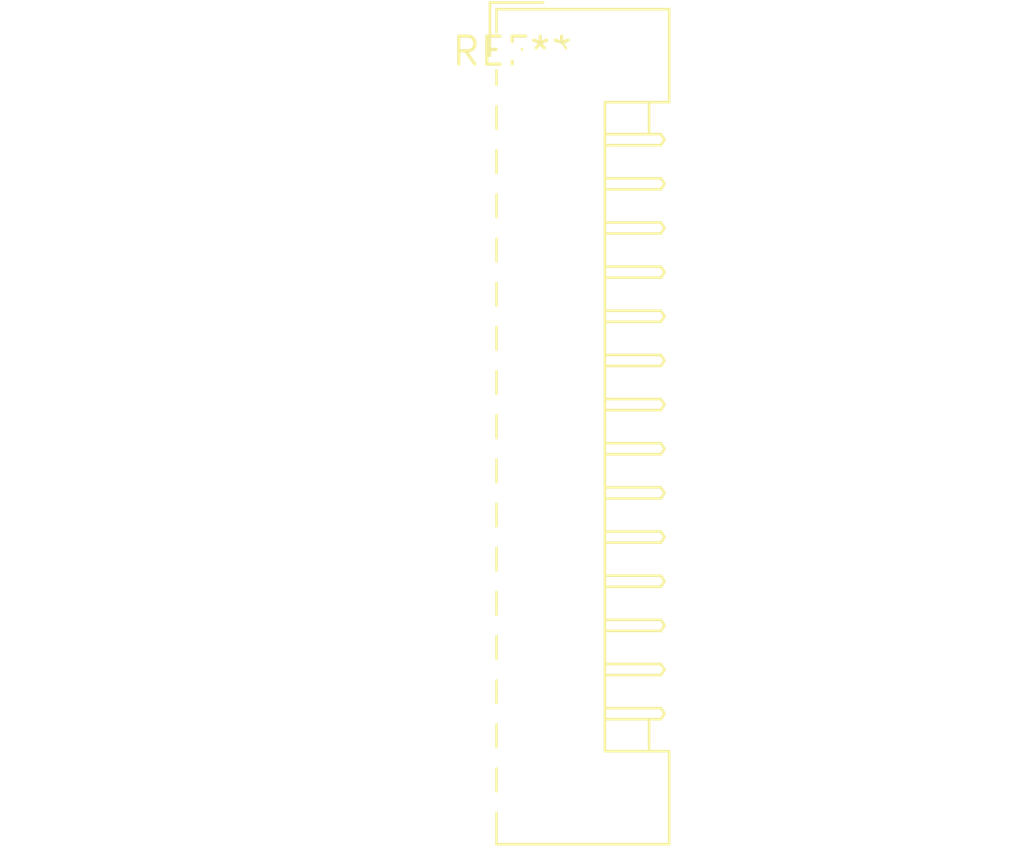
<source format=kicad_pcb>
(kicad_pcb (version 20240108) (generator pcbnew)
  (layers (0 "F.Cu" signal) (31 "B.Cu" signal) (34 "B.Paste" user) (35 "F.Paste" user) (36 "B.SilkS" user "B.Silkscreen") (37 "F.SilkS" user "F.Silkscreen") (38 "B.Mask" user) (39 "F.Mask" user) (44 "Edge.Cuts" user))
  (net 0 "")
  (footprint "JAE_LY20-36P-DLT1_2x18_P2.00mm_Horizontal" (layer "F.Cu") (at 0 0)
    (property "Reference" "REF**")
    (property "Value" "JAE_LY20-36P-DLT1_2x18_P2.00mm_Horizontal")
    (fp_line (start -1.01 -2.21) (end -1.01 0.2) (layer "F.SilkS") (stroke (width 0.12)))
    (fp_line (start -0.71 -1.91) (end -0.71 -0.86) (layer "F.SilkS") (stroke (width 0.12)))
    (fp_line (start -0.71 -1.91) (end 7.11 -1.91) (layer "F.SilkS") (stroke (width 0.12)))
    (fp_line (start -0.71 0.86) (end -0.71 1.514717) (layer "F.SilkS") (stroke (width 0.12)))
    (fp_line (start -0.71 2.485283) (end -0.71 3.514717) (layer "F.SilkS") (stroke (width 0.12)))
    (fp_line (start -0.71 4.485283) (end -0.71 5.514717) (layer "F.SilkS") (stroke (width 0.12)))
    (fp_line (start -0.71 6.485283) (end -0.71 7.514717) (layer "F.SilkS") (stroke (width 0.12)))
    (fp_line (start -0.71 8.485283) (end -0.71 9.514717) (layer "F.SilkS") (stroke (width 0.12)))
    (fp_line (start -0.71 10.485283) (end -0.71 11.514717) (layer "F.SilkS") (stroke (width 0.12)))
    (fp_line (start -0.71 12.485283) (end -0.71 13.514717) (layer "F.SilkS") (stroke (width 0.12)))
    (fp_line (start -0.71 14.485283) (end -0.71 15.514717) (layer "F.SilkS") (stroke (width 0.12)))
    (fp_line (start -0.71 16.485283) (end -0.71 17.514717) (layer "F.SilkS") (stroke (width 0.12)))
    (fp_line (start -0.71 18.485283) (end -0.71 19.514717) (layer "F.SilkS") (stroke (width 0.12)))
    (fp_line (start -0.71 20.485283) (end -0.71 21.514717) (layer "F.SilkS") (stroke (width 0.12)))
    (fp_line (start -0.71 22.485283) (end -0.71 23.514717) (layer "F.SilkS") (stroke (width 0.12)))
    (fp_line (start -0.71 24.485283) (end -0.71 25.514717) (layer "F.SilkS") (stroke (width 0.12)))
    (fp_line (start -0.71 26.485283) (end -0.71 27.514717) (layer "F.SilkS") (stroke (width 0.12)))
    (fp_line (start -0.71 28.485283) (end -0.71 29.514717) (layer "F.SilkS") (stroke (width 0.12)))
    (fp_line (start -0.71 30.485283) (end -0.71 31.514717) (layer "F.SilkS") (stroke (width 0.12)))
    (fp_line (start -0.71 32.485283) (end -0.71 33.514717) (layer "F.SilkS") (stroke (width 0.12)))
    (fp_line (start -0.71 34.485283) (end -0.71 35.91) (layer "F.SilkS") (stroke (width 0.12)))
    (fp_line (start -0.71 35.91) (end 7.11 35.91) (layer "F.SilkS") (stroke (width 0.12)))
    (fp_line (start 1.4 -2.21) (end -1.01 -2.21) (layer "F.SilkS") (stroke (width 0.12)))
    (fp_line (start 4.2 2.3) (end 4.2 17) (layer "F.SilkS") (stroke (width 0.12)))
    (fp_line (start 4.2 3.75) (end 6.733333 3.75) (layer "F.SilkS") (stroke (width 0.12)))
    (fp_line (start 4.2 5.75) (end 6.733333 5.75) (layer "F.SilkS") (stroke (width 0.12)))
    (fp_line (start 4.2 7.75) (end 6.733333 7.75) (layer "F.SilkS") (stroke (width 0.12)))
    (fp_line (start 4.2 9.75) (end 6.733333 9.75) (layer "F.SilkS") (stroke (width 0.12)))
    (fp_line (start 4.2 11.75) (end 6.733333 11.75) (layer "F.SilkS") (stroke (width 0.12)))
    (fp_line (start 4.2 13.75) (end 6.733333 13.75) (layer "F.SilkS") (stroke (width 0.12)))
    (fp_line (start 4.2 15.75) (end 6.733333 15.75) (layer "F.SilkS") (stroke (width 0.12)))
    (fp_line (start 4.2 17.75) (end 6.733333 17.75) (layer "F.SilkS") (stroke (width 0.12)))
    (fp_line (start 4.2 19.75) (end 6.733333 19.75) (layer "F.SilkS") (stroke (width 0.12)))
    (fp_line (start 4.2 21.75) (end 6.733333 21.75) (layer "F.SilkS") (stroke (width 0.12)))
    (fp_line (start 4.2 23.75) (end 6.733333 23.75) (layer "F.SilkS") (stroke (width 0.12)))
    (fp_line (start 4.2 25.75) (end 6.733333 25.75) (layer "F.SilkS") (stroke (width 0.12)))
    (fp_line (start 4.2 27.75) (end 6.733333 27.75) (layer "F.SilkS") (stroke (width 0.12)))
    (fp_line (start 4.2 29.75) (end 6.733333 29.75) (layer "F.SilkS") (stroke (width 0.12)))
    (fp_line (start 4.2 31.7) (end 4.2 17) (layer "F.SilkS") (stroke (width 0.12)))
    (fp_line (start 6.2 2.3) (end 6.2 3.75) (layer "F.SilkS") (stroke (width 0.12)))
    (fp_line (start 6.2 31.7) (end 6.2 30.25) (layer "F.SilkS") (stroke (width 0.12)))
    (fp_line (start 6.733333 3.75) (end 6.9 4) (layer "F.SilkS") (stroke (width 0.12)))
    (fp_line (start 6.733333 4.25) (end 4.2 4.25) (layer "F.SilkS") (stroke (width 0.12)))
    (fp_line (start 6.733333 5.75) (end 6.9 6) (layer "F.SilkS") (stroke (width 0.12)))
    (fp_line (start 6.733333 6.25) (end 4.2 6.25) (layer "F.SilkS") (stroke (width 0.12)))
    (fp_line (start 6.733333 7.75) (end 6.9 8) (layer "F.SilkS") (stroke (width 0.12)))
    (fp_line (start 6.733333 8.25) (end 4.2 8.25) (layer "F.SilkS") (stroke (width 0.12)))
    (fp_line (start 6.733333 9.75) (end 6.9 10) (layer "F.SilkS") (stroke (width 0.12)))
    (fp_line (start 6.733333 10.25) (end 4.2 10.25) (layer "F.SilkS") (stroke (width 0.12)))
    (fp_line (start 6.733333 11.75) (end 6.9 12) (layer "F.SilkS") (stroke (width 0.12)))
    (fp_line (start 6.733333 12.25) (end 4.2 12.25) (layer "F.SilkS") (stroke (width 0.12)))
    (fp_line (start 6.733333 13.75) (end 6.9 14) (layer "F.SilkS") (stroke (width 0.12)))
    (fp_line (start 6.733333 14.25) (end 4.2 14.25) (layer "F.SilkS") (stroke (width 0.12)))
    (fp_line (start 6.733333 15.75) (end 6.9 16) (layer "F.SilkS") (stroke (width 0.12)))
    (fp_line (start 6.733333 16.25) (end 4.2 16.25) (layer "F.SilkS") (stroke (width 0.12)))
    (fp_line (start 6.733333 17.75) (end 6.9 18) (layer "F.SilkS") (stroke (width 0.12)))
    (fp_line (start 6.733333 18.25) (end 4.2 18.25) (layer "F.SilkS") (stroke (width 0.12)))
    (fp_line (start 6.733333 19.75) (end 6.9 20) (layer "F.SilkS") (stroke (width 0.12)))
    (fp_line (start 6.733333 20.25) (end 4.2 20.25) (layer "F.SilkS") (stroke (width 0.12)))
    (fp_line (start 6.733333 21.75) (end 6.9 22) (layer "F.SilkS") (stroke (width 0.12)))
    (fp_line (start 6.733333 22.25) (end 4.2 22.25) (layer "F.SilkS") (stroke (width 0.12)))
    (fp_line (start 6.733333 23.75) (end 6.9 24) (layer "F.SilkS") (stroke (width 0.12)))
    (fp_line (start 6.733333 24.25) (end 4.2 24.25) (layer "F.SilkS") (stroke (width 0.12)))
    (fp_line (start 6.733333 25.75) (end 6.9 26) (layer "F.SilkS") (stroke (width 0.12)))
    (fp_line (start 6.733333 26.25) (end 4.2 26.25) (layer "F.SilkS") (stroke (width 0.12)))
    (fp_line (start 6.733333 27.75) (end 6.9 28) (layer "F.SilkS") (stroke (width 0.12)))
    (fp_line (start 6.733333 28.25) (end 4.2 28.25) (layer "F.SilkS") (stroke (width 0.12)))
    (fp_line (start 6.733333 29.75) (end 6.9 30) (layer "F.SilkS") (stroke (width 0.12)))
    (fp_line (start 6.733333 30.25) (end 4.2 30.25) (layer "F.SilkS") (stroke (width 0.12)))
    (fp_line (start 6.9 4) (end 6.733333 4.25) (layer "F.SilkS") (stroke (width 0.12)))
    (fp_line (start 6.9 6) (end 6.733333 6.25) (layer "F.SilkS") (stroke (width 0.12)))
    (fp_line (start 6.9 8) (end 6.733333 8.25) (layer "F.SilkS") (stroke (width 0.12)))
    (fp_line (start 6.9 10) (end 6.733333 10.25) (layer "F.SilkS") (stroke (width 0.12)))
    (fp_line (start 6.9 12) (end 6.733333 12.25) (layer "F.SilkS") (stroke (width 0.12)))
    (fp_line (start 6.9 14) (end 6.733333 14.25) (layer "F.SilkS") (stroke (width 0.12)))
    (fp_line (start 6.9 16) (end 6.733333 16.25) (layer "F.SilkS") (stroke (width 0.12)))
    (fp_line (start 6.9 18) (end 6.733333 18.25) (layer "F.SilkS") (stroke (width 0.12)))
    (fp_line (start 6.9 20) (end 6.733333 20.25) (layer "F.SilkS") (stroke (width 0.12)))
    (fp_line (start 6.9 22) (end 6.733333 22.25) (layer "F.SilkS") (stroke (width 0.12)))
    (fp_line (start 6.9 24) (end 6.733333 24.25) (layer "F.SilkS") (stroke (width 0.12)))
    (fp_line (start 6.9 26) (end 6.733333 26.25) (layer "F.SilkS") (stroke (width 0.12)))
    (fp_line (start 6.9 28) (end 6.733333 28.25) (layer "F.SilkS") (stroke (width 0.12)))
    (fp_line (start 6.9 30) (end 6.733333 30.25) (layer "F.SilkS") (stroke (width 0.12)))
    (fp_line (start 7.11 -1.91) (end 7.11 2.3) (layer "F.SilkS") (stroke (width 0.12)))
    (fp_line (start 7.11 2.3) (end 4.2 2.3) (layer "F.SilkS") (stroke (width 0.12)))
    (fp_line (start 7.11 31.7) (end 4.2 31.7) (layer "F.SilkS") (stroke (width 0.12)))
    (fp_line (start 7.11 35.91) (end 7.11 31.7) (layer "F.SilkS") (stroke (width 0.12)))
    (pad "a1" thru_hole roundrect (at 0 0) (size 1.2 1.2) (drill 0.8) (layers *.Cu *.Mask) (remove_unused_layers) (roundrect_rratio 0.208333))
    (pad "a2" thru_hole circle (at 0 2) (size 1.2 1.2) (drill 0.8) (layers *.Cu *.Mask) (remove_unused_layers))
    (pad "a3" thru_hole circle (at 0 4) (size 1.2 1.2) (drill 0.8) (layers *.Cu *.Mask) (remove_unused_layers))
    (pad "a4" thru_hole circle (at 0 6) (size 1.2 1.2) (drill 0.8) (layers *.Cu *.Mask) (remove_unused_layers))
    (pad "a5" thru_hole circle (at 0 8) (size 1.2 1.2) (drill 0.8) (layers *.Cu *.Mask) (remove_unused_layers))
    (pad "a6" thru_hole circle (at 0 10) (size 1.2 1.2) (drill 0.8) (layers *.Cu *.Mask) (remove_unused_layers))
    (pad "a7" thru_hole circle (at 0 12) (size 1.2 1.2) (drill 0.8) (layers *.Cu *.Mask) (remove_unused_layers))
    (pad "a8" thru_hole circle (at 0 14) (size 1.2 1.2) (drill 0.8) (layers *.Cu *.Mask) (remove_unused_layers))
    (pad "a9" thru_hole circle (at 0 16) (size 1.2 1.2) (drill 0.8) (layers *.Cu *.Mask) (remove_unused_layers))
    (pad "a10" thru_hole circle (at 0 18) (size 1.2 1.2) (drill 0.8) (layers *.Cu *.Mask) (remove_unused_layers))
    (pad "a11" thru_hole circle (at 0 20) (size 1.2 1.2) (drill 0.8) (layers *.Cu *.Mask) (remove_unused_layers))
    (pad "a12" thru_hole circle (at 0 22) (size 1.2 1.2) (drill 0.8) (layers *.Cu *.Mask) (remove_unused_layers))
    (pad "a13" thru_hole circle (at 0 24) (size 1.2 1.2) (drill 0.8) (layers *.Cu *.Mask) (remove_unused_layers))
    (pad "a14" thru_hole circle (at 0 26) (size 1.2 1.2) (drill 0.8) (layers *.Cu *.Mask) (remove_unused_layers))
    (pad "a15" thru_hole circle (at 0 28) (size 1.2 1.2) (drill 0.8) (layers *.Cu *.Mask) (remove_unused_layers))
    (pad "a16" thru_hole circle (at 0 30) (size 1.2 1.2) (drill 0.8) (layers *.Cu *.Mask) (remove_unused_layers))
    (pad "a17" thru_hole circle (at 0 32) (size 1.2 1.2) (drill 0.8) (layers *.Cu *.Mask) (remove_unused_layers))
    (pad "a18" thru_hole circle (at 0 34) (size 1.2 1.2) (drill 0.8) (layers *.Cu *.Mask) (remove_unused_layers))
    (pad "b1" thru_hole circle (at 2 0) (size 1.2 1.2) (drill 0.8) (layers *.Cu *.Mask) (remove_unused_layers))
    (pad "b2" thru_hole circle (at 2 2) (size 1.2 1.2) (drill 0.8) (layers *.Cu *.Mask) (remove_unused_layers))
    (pad "b3" thru_hole circle (at 2 4) (size 1.2 1.2) (drill 0.8) (layers *.Cu *.Mask) (remove_unused_layers))
    (pad "b4" thru_hole circle (at 2 6) (size 1.2 1.2) (drill 0.8) (layers *.Cu *.Mask) (remove_unused_layers))
    (pad "b5" thru_hole circle (at 2 8) (size 1.2 1.2) (drill 0.8) (layers *.Cu *.Mask) (remove_unused_layers))
    (pad "b6" thru_hole circle (at 2 10) (size 1.2 1.2) (drill 0.8) (layers *.Cu *.Mask) (remove_unused_layers))
    (pad "b7" thru_hole circle (at 2 12) (size 1.2 1.2) (drill 0.8) (layers *.Cu *.Mask) (remove_unused_layers))
    (pad "b8" thru_hole circle (at 2 14) (size 1.2 1.2) (drill 0.8) (layers *.Cu *.Mask) (remove_unused_layers))
    (pad "b9" thru_hole circle (at 2 16) (size 1.2 1.2) (drill 0.8) (layers *.Cu *.Mask) (remove_unused_layers))
    (pad "b10" thru_hole circle (at 2 18) (size 1.2 1.2) (drill 0.8) (layers *.Cu *.Mask) (remove_unused_layers))
    (pad "b11" thru_hole circle (at 2 20) (size 1.2 1.2) (drill 0.8) (layers *.Cu *.Mask) (remove_unused_layers))
    (pad "b12" thru_hole circle (at 2 22) (size 1.2 1.2) (drill 0.8) (layers *.Cu *.Mask) (remove_unused_layers))
    (pad "b13" thru_hole circle (at 2 24) (size 1.2 1.2) (drill 0.8) (layers *.Cu *.Mask) (remove_unused_layers))
    (pad "b14" thru_hole circle (at 2 26) (size 1.2 1.2) (drill 0.8) (layers *.Cu *.Mask) (remove_unused_layers))
    (pad "b15" thru_hole circle (at 2 28) (size 1.2 1.2) (drill 0.8) (layers *.Cu *.Mask) (remove_unused_layers))
    (pad "b16" thru_hole circle (at 2 30) (size 1.2 1.2) (drill 0.8) (layers *.Cu *.Mask) (remove_unused_layers))
    (pad "b17" thru_hole circle (at 2 32) (size 1.2 1.2) (drill 0.8) (layers *.Cu *.Mask) (remove_unused_layers))
    (pad "b18" thru_hole circle (at 2 34) (size 1.2 1.2) (drill 0.8) (layers *.Cu *.Mask) (remove_unused_layers))
  )
)
</source>
